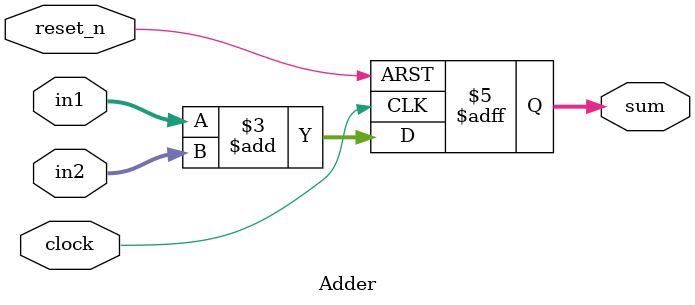
<source format=v>
`timescale 1ns / 1ps
module Adder(
	 input wire clock,
	 input wire reset_n,
    input wire [data1-1:0] in1,
    input wire [data2-1:0] in2,
    output reg [out_bits:0] sum
	 );
	 
	initial
	begin
		sum = 0;
	end
	 
	parameter data1=8;
	parameter data2=8;
	parameter out_bits=data1;
	 
	always @(posedge clock or negedge reset_n)
	begin: add
		if(~reset_n)
			sum = 0;
		else
			sum=in1+in2;
	end

endmodule

</source>
